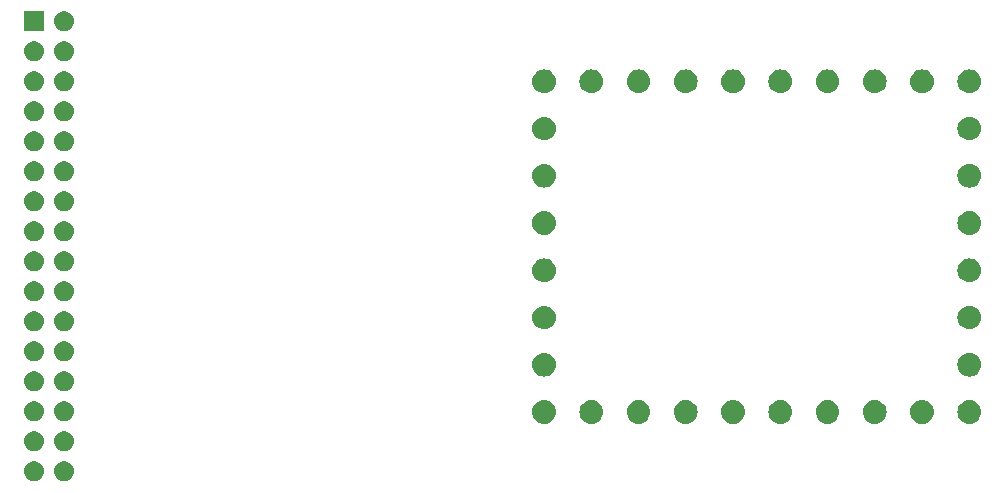
<source format=gbr>
%TF.GenerationSoftware,KiCad,Pcbnew,7.0.6*%
%TF.CreationDate,2023-08-02T14:24:24+01:00*%
%TF.ProjectId,Outline4,4f75746c-696e-4653-942e-6b696361645f,rev?*%
%TF.SameCoordinates,Original*%
%TF.FileFunction,Soldermask,Top*%
%TF.FilePolarity,Negative*%
%FSLAX46Y46*%
G04 Gerber Fmt 4.6, Leading zero omitted, Abs format (unit mm)*
G04 Created by KiCad (PCBNEW 7.0.6) date 2023-08-02 14:24:24*
%MOMM*%
%LPD*%
G01*
G04 APERTURE LIST*
G04 APERTURE END LIST*
G36*
X18677664Y-106506602D02*
G01*
X18840000Y-106578878D01*
X18983761Y-106683327D01*
X19102664Y-106815383D01*
X19191514Y-106969274D01*
X19246425Y-107138275D01*
X19265000Y-107315000D01*
X19246425Y-107491725D01*
X19191514Y-107660726D01*
X19102664Y-107814617D01*
X18983761Y-107946673D01*
X18840000Y-108051122D01*
X18677664Y-108123398D01*
X18503849Y-108160344D01*
X18326151Y-108160344D01*
X18152336Y-108123398D01*
X17990000Y-108051122D01*
X17846239Y-107946673D01*
X17727336Y-107814617D01*
X17638486Y-107660726D01*
X17583575Y-107491725D01*
X17565000Y-107315000D01*
X17583575Y-107138275D01*
X17638486Y-106969274D01*
X17727336Y-106815383D01*
X17846239Y-106683327D01*
X17990000Y-106578878D01*
X18152336Y-106506602D01*
X18326151Y-106469656D01*
X18503849Y-106469656D01*
X18677664Y-106506602D01*
G37*
G36*
X21217664Y-106506602D02*
G01*
X21380000Y-106578878D01*
X21523761Y-106683327D01*
X21642664Y-106815383D01*
X21731514Y-106969274D01*
X21786425Y-107138275D01*
X21805000Y-107315000D01*
X21786425Y-107491725D01*
X21731514Y-107660726D01*
X21642664Y-107814617D01*
X21523761Y-107946673D01*
X21380000Y-108051122D01*
X21217664Y-108123398D01*
X21043849Y-108160344D01*
X20866151Y-108160344D01*
X20692336Y-108123398D01*
X20530000Y-108051122D01*
X20386239Y-107946673D01*
X20267336Y-107814617D01*
X20178486Y-107660726D01*
X20123575Y-107491725D01*
X20105000Y-107315000D01*
X20123575Y-107138275D01*
X20178486Y-106969274D01*
X20267336Y-106815383D01*
X20386239Y-106683327D01*
X20530000Y-106578878D01*
X20692336Y-106506602D01*
X20866151Y-106469656D01*
X21043849Y-106469656D01*
X21217664Y-106506602D01*
G37*
G36*
X18677664Y-103966602D02*
G01*
X18840000Y-104038878D01*
X18983761Y-104143327D01*
X19102664Y-104275383D01*
X19191514Y-104429274D01*
X19246425Y-104598275D01*
X19265000Y-104775000D01*
X19246425Y-104951725D01*
X19191514Y-105120726D01*
X19102664Y-105274617D01*
X18983761Y-105406673D01*
X18840000Y-105511122D01*
X18677664Y-105583398D01*
X18503849Y-105620344D01*
X18326151Y-105620344D01*
X18152336Y-105583398D01*
X17990000Y-105511122D01*
X17846239Y-105406673D01*
X17727336Y-105274617D01*
X17638486Y-105120726D01*
X17583575Y-104951725D01*
X17565000Y-104775000D01*
X17583575Y-104598275D01*
X17638486Y-104429274D01*
X17727336Y-104275383D01*
X17846239Y-104143327D01*
X17990000Y-104038878D01*
X18152336Y-103966602D01*
X18326151Y-103929656D01*
X18503849Y-103929656D01*
X18677664Y-103966602D01*
G37*
G36*
X21217664Y-103966602D02*
G01*
X21380000Y-104038878D01*
X21523761Y-104143327D01*
X21642664Y-104275383D01*
X21731514Y-104429274D01*
X21786425Y-104598275D01*
X21805000Y-104775000D01*
X21786425Y-104951725D01*
X21731514Y-105120726D01*
X21642664Y-105274617D01*
X21523761Y-105406673D01*
X21380000Y-105511122D01*
X21217664Y-105583398D01*
X21043849Y-105620344D01*
X20866151Y-105620344D01*
X20692336Y-105583398D01*
X20530000Y-105511122D01*
X20386239Y-105406673D01*
X20267336Y-105274617D01*
X20178486Y-105120726D01*
X20123575Y-104951725D01*
X20105000Y-104775000D01*
X20123575Y-104598275D01*
X20178486Y-104429274D01*
X20267336Y-104275383D01*
X20386239Y-104143327D01*
X20530000Y-104038878D01*
X20692336Y-103966602D01*
X20866151Y-103929656D01*
X21043849Y-103929656D01*
X21217664Y-103966602D01*
G37*
G36*
X61795090Y-101314215D02*
G01*
X61982683Y-101371120D01*
X62155570Y-101463530D01*
X62307107Y-101587893D01*
X62431470Y-101739430D01*
X62523880Y-101912317D01*
X62580785Y-102099910D01*
X62600000Y-102295000D01*
X62580785Y-102490090D01*
X62523880Y-102677683D01*
X62431470Y-102850570D01*
X62307107Y-103002107D01*
X62155570Y-103126470D01*
X61982683Y-103218880D01*
X61795090Y-103275785D01*
X61600000Y-103295000D01*
X61404910Y-103275785D01*
X61217317Y-103218880D01*
X61044430Y-103126470D01*
X60892893Y-103002107D01*
X60768530Y-102850570D01*
X60676120Y-102677683D01*
X60619215Y-102490090D01*
X60600000Y-102295000D01*
X60619215Y-102099910D01*
X60676120Y-101912317D01*
X60768530Y-101739430D01*
X60892893Y-101587893D01*
X61044430Y-101463530D01*
X61217317Y-101371120D01*
X61404910Y-101314215D01*
X61600000Y-101295000D01*
X61795090Y-101314215D01*
G37*
G36*
X65795090Y-101314215D02*
G01*
X65982683Y-101371120D01*
X66155570Y-101463530D01*
X66307107Y-101587893D01*
X66431470Y-101739430D01*
X66523880Y-101912317D01*
X66580785Y-102099910D01*
X66600000Y-102295000D01*
X66580785Y-102490090D01*
X66523880Y-102677683D01*
X66431470Y-102850570D01*
X66307107Y-103002107D01*
X66155570Y-103126470D01*
X65982683Y-103218880D01*
X65795090Y-103275785D01*
X65600000Y-103295000D01*
X65404910Y-103275785D01*
X65217317Y-103218880D01*
X65044430Y-103126470D01*
X64892893Y-103002107D01*
X64768530Y-102850570D01*
X64676120Y-102677683D01*
X64619215Y-102490090D01*
X64600000Y-102295000D01*
X64619215Y-102099910D01*
X64676120Y-101912317D01*
X64768530Y-101739430D01*
X64892893Y-101587893D01*
X65044430Y-101463530D01*
X65217317Y-101371120D01*
X65404910Y-101314215D01*
X65600000Y-101295000D01*
X65795090Y-101314215D01*
G37*
G36*
X69795090Y-101314215D02*
G01*
X69982683Y-101371120D01*
X70155570Y-101463530D01*
X70307107Y-101587893D01*
X70431470Y-101739430D01*
X70523880Y-101912317D01*
X70580785Y-102099910D01*
X70600000Y-102295000D01*
X70580785Y-102490090D01*
X70523880Y-102677683D01*
X70431470Y-102850570D01*
X70307107Y-103002107D01*
X70155570Y-103126470D01*
X69982683Y-103218880D01*
X69795090Y-103275785D01*
X69600000Y-103295000D01*
X69404910Y-103275785D01*
X69217317Y-103218880D01*
X69044430Y-103126470D01*
X68892893Y-103002107D01*
X68768530Y-102850570D01*
X68676120Y-102677683D01*
X68619215Y-102490090D01*
X68600000Y-102295000D01*
X68619215Y-102099910D01*
X68676120Y-101912317D01*
X68768530Y-101739430D01*
X68892893Y-101587893D01*
X69044430Y-101463530D01*
X69217317Y-101371120D01*
X69404910Y-101314215D01*
X69600000Y-101295000D01*
X69795090Y-101314215D01*
G37*
G36*
X73795090Y-101314215D02*
G01*
X73982683Y-101371120D01*
X74155570Y-101463530D01*
X74307107Y-101587893D01*
X74431470Y-101739430D01*
X74523880Y-101912317D01*
X74580785Y-102099910D01*
X74600000Y-102295000D01*
X74580785Y-102490090D01*
X74523880Y-102677683D01*
X74431470Y-102850570D01*
X74307107Y-103002107D01*
X74155570Y-103126470D01*
X73982683Y-103218880D01*
X73795090Y-103275785D01*
X73600000Y-103295000D01*
X73404910Y-103275785D01*
X73217317Y-103218880D01*
X73044430Y-103126470D01*
X72892893Y-103002107D01*
X72768530Y-102850570D01*
X72676120Y-102677683D01*
X72619215Y-102490090D01*
X72600000Y-102295000D01*
X72619215Y-102099910D01*
X72676120Y-101912317D01*
X72768530Y-101739430D01*
X72892893Y-101587893D01*
X73044430Y-101463530D01*
X73217317Y-101371120D01*
X73404910Y-101314215D01*
X73600000Y-101295000D01*
X73795090Y-101314215D01*
G37*
G36*
X77795090Y-101314215D02*
G01*
X77982683Y-101371120D01*
X78155570Y-101463530D01*
X78307107Y-101587893D01*
X78431470Y-101739430D01*
X78523880Y-101912317D01*
X78580785Y-102099910D01*
X78600000Y-102295000D01*
X78580785Y-102490090D01*
X78523880Y-102677683D01*
X78431470Y-102850570D01*
X78307107Y-103002107D01*
X78155570Y-103126470D01*
X77982683Y-103218880D01*
X77795090Y-103275785D01*
X77600000Y-103295000D01*
X77404910Y-103275785D01*
X77217317Y-103218880D01*
X77044430Y-103126470D01*
X76892893Y-103002107D01*
X76768530Y-102850570D01*
X76676120Y-102677683D01*
X76619215Y-102490090D01*
X76600000Y-102295000D01*
X76619215Y-102099910D01*
X76676120Y-101912317D01*
X76768530Y-101739430D01*
X76892893Y-101587893D01*
X77044430Y-101463530D01*
X77217317Y-101371120D01*
X77404910Y-101314215D01*
X77600000Y-101295000D01*
X77795090Y-101314215D01*
G37*
G36*
X81795090Y-101314215D02*
G01*
X81982683Y-101371120D01*
X82155570Y-101463530D01*
X82307107Y-101587893D01*
X82431470Y-101739430D01*
X82523880Y-101912317D01*
X82580785Y-102099910D01*
X82600000Y-102295000D01*
X82580785Y-102490090D01*
X82523880Y-102677683D01*
X82431470Y-102850570D01*
X82307107Y-103002107D01*
X82155570Y-103126470D01*
X81982683Y-103218880D01*
X81795090Y-103275785D01*
X81600000Y-103295000D01*
X81404910Y-103275785D01*
X81217317Y-103218880D01*
X81044430Y-103126470D01*
X80892893Y-103002107D01*
X80768530Y-102850570D01*
X80676120Y-102677683D01*
X80619215Y-102490090D01*
X80600000Y-102295000D01*
X80619215Y-102099910D01*
X80676120Y-101912317D01*
X80768530Y-101739430D01*
X80892893Y-101587893D01*
X81044430Y-101463530D01*
X81217317Y-101371120D01*
X81404910Y-101314215D01*
X81600000Y-101295000D01*
X81795090Y-101314215D01*
G37*
G36*
X85795090Y-101314215D02*
G01*
X85982683Y-101371120D01*
X86155570Y-101463530D01*
X86307107Y-101587893D01*
X86431470Y-101739430D01*
X86523880Y-101912317D01*
X86580785Y-102099910D01*
X86600000Y-102295000D01*
X86580785Y-102490090D01*
X86523880Y-102677683D01*
X86431470Y-102850570D01*
X86307107Y-103002107D01*
X86155570Y-103126470D01*
X85982683Y-103218880D01*
X85795090Y-103275785D01*
X85600000Y-103295000D01*
X85404910Y-103275785D01*
X85217317Y-103218880D01*
X85044430Y-103126470D01*
X84892893Y-103002107D01*
X84768530Y-102850570D01*
X84676120Y-102677683D01*
X84619215Y-102490090D01*
X84600000Y-102295000D01*
X84619215Y-102099910D01*
X84676120Y-101912317D01*
X84768530Y-101739430D01*
X84892893Y-101587893D01*
X85044430Y-101463530D01*
X85217317Y-101371120D01*
X85404910Y-101314215D01*
X85600000Y-101295000D01*
X85795090Y-101314215D01*
G37*
G36*
X89795090Y-101314215D02*
G01*
X89982683Y-101371120D01*
X90155570Y-101463530D01*
X90307107Y-101587893D01*
X90431470Y-101739430D01*
X90523880Y-101912317D01*
X90580785Y-102099910D01*
X90600000Y-102295000D01*
X90580785Y-102490090D01*
X90523880Y-102677683D01*
X90431470Y-102850570D01*
X90307107Y-103002107D01*
X90155570Y-103126470D01*
X89982683Y-103218880D01*
X89795090Y-103275785D01*
X89600000Y-103295000D01*
X89404910Y-103275785D01*
X89217317Y-103218880D01*
X89044430Y-103126470D01*
X88892893Y-103002107D01*
X88768530Y-102850570D01*
X88676120Y-102677683D01*
X88619215Y-102490090D01*
X88600000Y-102295000D01*
X88619215Y-102099910D01*
X88676120Y-101912317D01*
X88768530Y-101739430D01*
X88892893Y-101587893D01*
X89044430Y-101463530D01*
X89217317Y-101371120D01*
X89404910Y-101314215D01*
X89600000Y-101295000D01*
X89795090Y-101314215D01*
G37*
G36*
X93795090Y-101314215D02*
G01*
X93982683Y-101371120D01*
X94155570Y-101463530D01*
X94307107Y-101587893D01*
X94431470Y-101739430D01*
X94523880Y-101912317D01*
X94580785Y-102099910D01*
X94600000Y-102295000D01*
X94580785Y-102490090D01*
X94523880Y-102677683D01*
X94431470Y-102850570D01*
X94307107Y-103002107D01*
X94155570Y-103126470D01*
X93982683Y-103218880D01*
X93795090Y-103275785D01*
X93600000Y-103295000D01*
X93404910Y-103275785D01*
X93217317Y-103218880D01*
X93044430Y-103126470D01*
X92892893Y-103002107D01*
X92768530Y-102850570D01*
X92676120Y-102677683D01*
X92619215Y-102490090D01*
X92600000Y-102295000D01*
X92619215Y-102099910D01*
X92676120Y-101912317D01*
X92768530Y-101739430D01*
X92892893Y-101587893D01*
X93044430Y-101463530D01*
X93217317Y-101371120D01*
X93404910Y-101314215D01*
X93600000Y-101295000D01*
X93795090Y-101314215D01*
G37*
G36*
X97795090Y-101314215D02*
G01*
X97982683Y-101371120D01*
X98155570Y-101463530D01*
X98307107Y-101587893D01*
X98431470Y-101739430D01*
X98523880Y-101912317D01*
X98580785Y-102099910D01*
X98600000Y-102295000D01*
X98580785Y-102490090D01*
X98523880Y-102677683D01*
X98431470Y-102850570D01*
X98307107Y-103002107D01*
X98155570Y-103126470D01*
X97982683Y-103218880D01*
X97795090Y-103275785D01*
X97600000Y-103295000D01*
X97404910Y-103275785D01*
X97217317Y-103218880D01*
X97044430Y-103126470D01*
X96892893Y-103002107D01*
X96768530Y-102850570D01*
X96676120Y-102677683D01*
X96619215Y-102490090D01*
X96600000Y-102295000D01*
X96619215Y-102099910D01*
X96676120Y-101912317D01*
X96768530Y-101739430D01*
X96892893Y-101587893D01*
X97044430Y-101463530D01*
X97217317Y-101371120D01*
X97404910Y-101314215D01*
X97600000Y-101295000D01*
X97795090Y-101314215D01*
G37*
G36*
X18677664Y-101426602D02*
G01*
X18840000Y-101498878D01*
X18983761Y-101603327D01*
X19102664Y-101735383D01*
X19191514Y-101889274D01*
X19246425Y-102058275D01*
X19265000Y-102235000D01*
X19246425Y-102411725D01*
X19191514Y-102580726D01*
X19102664Y-102734617D01*
X18983761Y-102866673D01*
X18840000Y-102971122D01*
X18677664Y-103043398D01*
X18503849Y-103080344D01*
X18326151Y-103080344D01*
X18152336Y-103043398D01*
X17990000Y-102971122D01*
X17846239Y-102866673D01*
X17727336Y-102734617D01*
X17638486Y-102580726D01*
X17583575Y-102411725D01*
X17565000Y-102235000D01*
X17583575Y-102058275D01*
X17638486Y-101889274D01*
X17727336Y-101735383D01*
X17846239Y-101603327D01*
X17990000Y-101498878D01*
X18152336Y-101426602D01*
X18326151Y-101389656D01*
X18503849Y-101389656D01*
X18677664Y-101426602D01*
G37*
G36*
X21217664Y-101426602D02*
G01*
X21380000Y-101498878D01*
X21523761Y-101603327D01*
X21642664Y-101735383D01*
X21731514Y-101889274D01*
X21786425Y-102058275D01*
X21805000Y-102235000D01*
X21786425Y-102411725D01*
X21731514Y-102580726D01*
X21642664Y-102734617D01*
X21523761Y-102866673D01*
X21380000Y-102971122D01*
X21217664Y-103043398D01*
X21043849Y-103080344D01*
X20866151Y-103080344D01*
X20692336Y-103043398D01*
X20530000Y-102971122D01*
X20386239Y-102866673D01*
X20267336Y-102734617D01*
X20178486Y-102580726D01*
X20123575Y-102411725D01*
X20105000Y-102235000D01*
X20123575Y-102058275D01*
X20178486Y-101889274D01*
X20267336Y-101735383D01*
X20386239Y-101603327D01*
X20530000Y-101498878D01*
X20692336Y-101426602D01*
X20866151Y-101389656D01*
X21043849Y-101389656D01*
X21217664Y-101426602D01*
G37*
G36*
X18677664Y-98886602D02*
G01*
X18840000Y-98958878D01*
X18983761Y-99063327D01*
X19102664Y-99195383D01*
X19191514Y-99349274D01*
X19246425Y-99518275D01*
X19265000Y-99695000D01*
X19246425Y-99871725D01*
X19191514Y-100040726D01*
X19102664Y-100194617D01*
X18983761Y-100326673D01*
X18840000Y-100431122D01*
X18677664Y-100503398D01*
X18503849Y-100540344D01*
X18326151Y-100540344D01*
X18152336Y-100503398D01*
X17990000Y-100431122D01*
X17846239Y-100326673D01*
X17727336Y-100194617D01*
X17638486Y-100040726D01*
X17583575Y-99871725D01*
X17565000Y-99695000D01*
X17583575Y-99518275D01*
X17638486Y-99349274D01*
X17727336Y-99195383D01*
X17846239Y-99063327D01*
X17990000Y-98958878D01*
X18152336Y-98886602D01*
X18326151Y-98849656D01*
X18503849Y-98849656D01*
X18677664Y-98886602D01*
G37*
G36*
X21217664Y-98886602D02*
G01*
X21380000Y-98958878D01*
X21523761Y-99063327D01*
X21642664Y-99195383D01*
X21731514Y-99349274D01*
X21786425Y-99518275D01*
X21805000Y-99695000D01*
X21786425Y-99871725D01*
X21731514Y-100040726D01*
X21642664Y-100194617D01*
X21523761Y-100326673D01*
X21380000Y-100431122D01*
X21217664Y-100503398D01*
X21043849Y-100540344D01*
X20866151Y-100540344D01*
X20692336Y-100503398D01*
X20530000Y-100431122D01*
X20386239Y-100326673D01*
X20267336Y-100194617D01*
X20178486Y-100040726D01*
X20123575Y-99871725D01*
X20105000Y-99695000D01*
X20123575Y-99518275D01*
X20178486Y-99349274D01*
X20267336Y-99195383D01*
X20386239Y-99063327D01*
X20530000Y-98958878D01*
X20692336Y-98886602D01*
X20866151Y-98849656D01*
X21043849Y-98849656D01*
X21217664Y-98886602D01*
G37*
G36*
X61795090Y-97314215D02*
G01*
X61982683Y-97371120D01*
X62155570Y-97463530D01*
X62307107Y-97587893D01*
X62431470Y-97739430D01*
X62523880Y-97912317D01*
X62580785Y-98099910D01*
X62600000Y-98295000D01*
X62580785Y-98490090D01*
X62523880Y-98677683D01*
X62431470Y-98850570D01*
X62307107Y-99002107D01*
X62155570Y-99126470D01*
X61982683Y-99218880D01*
X61795090Y-99275785D01*
X61600000Y-99295000D01*
X61404910Y-99275785D01*
X61217317Y-99218880D01*
X61044430Y-99126470D01*
X60892893Y-99002107D01*
X60768530Y-98850570D01*
X60676120Y-98677683D01*
X60619215Y-98490090D01*
X60600000Y-98295000D01*
X60619215Y-98099910D01*
X60676120Y-97912317D01*
X60768530Y-97739430D01*
X60892893Y-97587893D01*
X61044430Y-97463530D01*
X61217317Y-97371120D01*
X61404910Y-97314215D01*
X61600000Y-97295000D01*
X61795090Y-97314215D01*
G37*
G36*
X97795090Y-97314215D02*
G01*
X97982683Y-97371120D01*
X98155570Y-97463530D01*
X98307107Y-97587893D01*
X98431470Y-97739430D01*
X98523880Y-97912317D01*
X98580785Y-98099910D01*
X98600000Y-98295000D01*
X98580785Y-98490090D01*
X98523880Y-98677683D01*
X98431470Y-98850570D01*
X98307107Y-99002107D01*
X98155570Y-99126470D01*
X97982683Y-99218880D01*
X97795090Y-99275785D01*
X97600000Y-99295000D01*
X97404910Y-99275785D01*
X97217317Y-99218880D01*
X97044430Y-99126470D01*
X96892893Y-99002107D01*
X96768530Y-98850570D01*
X96676120Y-98677683D01*
X96619215Y-98490090D01*
X96600000Y-98295000D01*
X96619215Y-98099910D01*
X96676120Y-97912317D01*
X96768530Y-97739430D01*
X96892893Y-97587893D01*
X97044430Y-97463530D01*
X97217317Y-97371120D01*
X97404910Y-97314215D01*
X97600000Y-97295000D01*
X97795090Y-97314215D01*
G37*
G36*
X18677664Y-96346602D02*
G01*
X18840000Y-96418878D01*
X18983761Y-96523327D01*
X19102664Y-96655383D01*
X19191514Y-96809274D01*
X19246425Y-96978275D01*
X19265000Y-97155000D01*
X19246425Y-97331725D01*
X19191514Y-97500726D01*
X19102664Y-97654617D01*
X18983761Y-97786673D01*
X18840000Y-97891122D01*
X18677664Y-97963398D01*
X18503849Y-98000344D01*
X18326151Y-98000344D01*
X18152336Y-97963398D01*
X17990000Y-97891122D01*
X17846239Y-97786673D01*
X17727336Y-97654617D01*
X17638486Y-97500726D01*
X17583575Y-97331725D01*
X17565000Y-97155000D01*
X17583575Y-96978275D01*
X17638486Y-96809274D01*
X17727336Y-96655383D01*
X17846239Y-96523327D01*
X17990000Y-96418878D01*
X18152336Y-96346602D01*
X18326151Y-96309656D01*
X18503849Y-96309656D01*
X18677664Y-96346602D01*
G37*
G36*
X21217664Y-96346602D02*
G01*
X21380000Y-96418878D01*
X21523761Y-96523327D01*
X21642664Y-96655383D01*
X21731514Y-96809274D01*
X21786425Y-96978275D01*
X21805000Y-97155000D01*
X21786425Y-97331725D01*
X21731514Y-97500726D01*
X21642664Y-97654617D01*
X21523761Y-97786673D01*
X21380000Y-97891122D01*
X21217664Y-97963398D01*
X21043849Y-98000344D01*
X20866151Y-98000344D01*
X20692336Y-97963398D01*
X20530000Y-97891122D01*
X20386239Y-97786673D01*
X20267336Y-97654617D01*
X20178486Y-97500726D01*
X20123575Y-97331725D01*
X20105000Y-97155000D01*
X20123575Y-96978275D01*
X20178486Y-96809274D01*
X20267336Y-96655383D01*
X20386239Y-96523327D01*
X20530000Y-96418878D01*
X20692336Y-96346602D01*
X20866151Y-96309656D01*
X21043849Y-96309656D01*
X21217664Y-96346602D01*
G37*
G36*
X18677664Y-93806602D02*
G01*
X18840000Y-93878878D01*
X18983761Y-93983327D01*
X19102664Y-94115383D01*
X19191514Y-94269274D01*
X19246425Y-94438275D01*
X19265000Y-94615000D01*
X19246425Y-94791725D01*
X19191514Y-94960726D01*
X19102664Y-95114617D01*
X18983761Y-95246673D01*
X18840000Y-95351122D01*
X18677664Y-95423398D01*
X18503849Y-95460344D01*
X18326151Y-95460344D01*
X18152336Y-95423398D01*
X17990000Y-95351122D01*
X17846239Y-95246673D01*
X17727336Y-95114617D01*
X17638486Y-94960726D01*
X17583575Y-94791725D01*
X17565000Y-94615000D01*
X17583575Y-94438275D01*
X17638486Y-94269274D01*
X17727336Y-94115383D01*
X17846239Y-93983327D01*
X17990000Y-93878878D01*
X18152336Y-93806602D01*
X18326151Y-93769656D01*
X18503849Y-93769656D01*
X18677664Y-93806602D01*
G37*
G36*
X21217664Y-93806602D02*
G01*
X21380000Y-93878878D01*
X21523761Y-93983327D01*
X21642664Y-94115383D01*
X21731514Y-94269274D01*
X21786425Y-94438275D01*
X21805000Y-94615000D01*
X21786425Y-94791725D01*
X21731514Y-94960726D01*
X21642664Y-95114617D01*
X21523761Y-95246673D01*
X21380000Y-95351122D01*
X21217664Y-95423398D01*
X21043849Y-95460344D01*
X20866151Y-95460344D01*
X20692336Y-95423398D01*
X20530000Y-95351122D01*
X20386239Y-95246673D01*
X20267336Y-95114617D01*
X20178486Y-94960726D01*
X20123575Y-94791725D01*
X20105000Y-94615000D01*
X20123575Y-94438275D01*
X20178486Y-94269274D01*
X20267336Y-94115383D01*
X20386239Y-93983327D01*
X20530000Y-93878878D01*
X20692336Y-93806602D01*
X20866151Y-93769656D01*
X21043849Y-93769656D01*
X21217664Y-93806602D01*
G37*
G36*
X61795090Y-93314215D02*
G01*
X61982683Y-93371120D01*
X62155570Y-93463530D01*
X62307107Y-93587893D01*
X62431470Y-93739430D01*
X62523880Y-93912317D01*
X62580785Y-94099910D01*
X62600000Y-94295000D01*
X62580785Y-94490090D01*
X62523880Y-94677683D01*
X62431470Y-94850570D01*
X62307107Y-95002107D01*
X62155570Y-95126470D01*
X61982683Y-95218880D01*
X61795090Y-95275785D01*
X61600000Y-95295000D01*
X61404910Y-95275785D01*
X61217317Y-95218880D01*
X61044430Y-95126470D01*
X60892893Y-95002107D01*
X60768530Y-94850570D01*
X60676120Y-94677683D01*
X60619215Y-94490090D01*
X60600000Y-94295000D01*
X60619215Y-94099910D01*
X60676120Y-93912317D01*
X60768530Y-93739430D01*
X60892893Y-93587893D01*
X61044430Y-93463530D01*
X61217317Y-93371120D01*
X61404910Y-93314215D01*
X61600000Y-93295000D01*
X61795090Y-93314215D01*
G37*
G36*
X97795090Y-93314215D02*
G01*
X97982683Y-93371120D01*
X98155570Y-93463530D01*
X98307107Y-93587893D01*
X98431470Y-93739430D01*
X98523880Y-93912317D01*
X98580785Y-94099910D01*
X98600000Y-94295000D01*
X98580785Y-94490090D01*
X98523880Y-94677683D01*
X98431470Y-94850570D01*
X98307107Y-95002107D01*
X98155570Y-95126470D01*
X97982683Y-95218880D01*
X97795090Y-95275785D01*
X97600000Y-95295000D01*
X97404910Y-95275785D01*
X97217317Y-95218880D01*
X97044430Y-95126470D01*
X96892893Y-95002107D01*
X96768530Y-94850570D01*
X96676120Y-94677683D01*
X96619215Y-94490090D01*
X96600000Y-94295000D01*
X96619215Y-94099910D01*
X96676120Y-93912317D01*
X96768530Y-93739430D01*
X96892893Y-93587893D01*
X97044430Y-93463530D01*
X97217317Y-93371120D01*
X97404910Y-93314215D01*
X97600000Y-93295000D01*
X97795090Y-93314215D01*
G37*
G36*
X18677664Y-91266602D02*
G01*
X18840000Y-91338878D01*
X18983761Y-91443327D01*
X19102664Y-91575383D01*
X19191514Y-91729274D01*
X19246425Y-91898275D01*
X19265000Y-92075000D01*
X19246425Y-92251725D01*
X19191514Y-92420726D01*
X19102664Y-92574617D01*
X18983761Y-92706673D01*
X18840000Y-92811122D01*
X18677664Y-92883398D01*
X18503849Y-92920344D01*
X18326151Y-92920344D01*
X18152336Y-92883398D01*
X17990000Y-92811122D01*
X17846239Y-92706673D01*
X17727336Y-92574617D01*
X17638486Y-92420726D01*
X17583575Y-92251725D01*
X17565000Y-92075000D01*
X17583575Y-91898275D01*
X17638486Y-91729274D01*
X17727336Y-91575383D01*
X17846239Y-91443327D01*
X17990000Y-91338878D01*
X18152336Y-91266602D01*
X18326151Y-91229656D01*
X18503849Y-91229656D01*
X18677664Y-91266602D01*
G37*
G36*
X21217664Y-91266602D02*
G01*
X21380000Y-91338878D01*
X21523761Y-91443327D01*
X21642664Y-91575383D01*
X21731514Y-91729274D01*
X21786425Y-91898275D01*
X21805000Y-92075000D01*
X21786425Y-92251725D01*
X21731514Y-92420726D01*
X21642664Y-92574617D01*
X21523761Y-92706673D01*
X21380000Y-92811122D01*
X21217664Y-92883398D01*
X21043849Y-92920344D01*
X20866151Y-92920344D01*
X20692336Y-92883398D01*
X20530000Y-92811122D01*
X20386239Y-92706673D01*
X20267336Y-92574617D01*
X20178486Y-92420726D01*
X20123575Y-92251725D01*
X20105000Y-92075000D01*
X20123575Y-91898275D01*
X20178486Y-91729274D01*
X20267336Y-91575383D01*
X20386239Y-91443327D01*
X20530000Y-91338878D01*
X20692336Y-91266602D01*
X20866151Y-91229656D01*
X21043849Y-91229656D01*
X21217664Y-91266602D01*
G37*
G36*
X61795090Y-89314215D02*
G01*
X61982683Y-89371120D01*
X62155570Y-89463530D01*
X62307107Y-89587893D01*
X62431470Y-89739430D01*
X62523880Y-89912317D01*
X62580785Y-90099910D01*
X62600000Y-90295000D01*
X62580785Y-90490090D01*
X62523880Y-90677683D01*
X62431470Y-90850570D01*
X62307107Y-91002107D01*
X62155570Y-91126470D01*
X61982683Y-91218880D01*
X61795090Y-91275785D01*
X61600000Y-91295000D01*
X61404910Y-91275785D01*
X61217317Y-91218880D01*
X61044430Y-91126470D01*
X60892893Y-91002107D01*
X60768530Y-90850570D01*
X60676120Y-90677683D01*
X60619215Y-90490090D01*
X60600000Y-90295000D01*
X60619215Y-90099910D01*
X60676120Y-89912317D01*
X60768530Y-89739430D01*
X60892893Y-89587893D01*
X61044430Y-89463530D01*
X61217317Y-89371120D01*
X61404910Y-89314215D01*
X61600000Y-89295000D01*
X61795090Y-89314215D01*
G37*
G36*
X97795090Y-89314215D02*
G01*
X97982683Y-89371120D01*
X98155570Y-89463530D01*
X98307107Y-89587893D01*
X98431470Y-89739430D01*
X98523880Y-89912317D01*
X98580785Y-90099910D01*
X98600000Y-90295000D01*
X98580785Y-90490090D01*
X98523880Y-90677683D01*
X98431470Y-90850570D01*
X98307107Y-91002107D01*
X98155570Y-91126470D01*
X97982683Y-91218880D01*
X97795090Y-91275785D01*
X97600000Y-91295000D01*
X97404910Y-91275785D01*
X97217317Y-91218880D01*
X97044430Y-91126470D01*
X96892893Y-91002107D01*
X96768530Y-90850570D01*
X96676120Y-90677683D01*
X96619215Y-90490090D01*
X96600000Y-90295000D01*
X96619215Y-90099910D01*
X96676120Y-89912317D01*
X96768530Y-89739430D01*
X96892893Y-89587893D01*
X97044430Y-89463530D01*
X97217317Y-89371120D01*
X97404910Y-89314215D01*
X97600000Y-89295000D01*
X97795090Y-89314215D01*
G37*
G36*
X18677664Y-88726602D02*
G01*
X18840000Y-88798878D01*
X18983761Y-88903327D01*
X19102664Y-89035383D01*
X19191514Y-89189274D01*
X19246425Y-89358275D01*
X19265000Y-89535000D01*
X19246425Y-89711725D01*
X19191514Y-89880726D01*
X19102664Y-90034617D01*
X18983761Y-90166673D01*
X18840000Y-90271122D01*
X18677664Y-90343398D01*
X18503849Y-90380344D01*
X18326151Y-90380344D01*
X18152336Y-90343398D01*
X17990000Y-90271122D01*
X17846239Y-90166673D01*
X17727336Y-90034617D01*
X17638486Y-89880726D01*
X17583575Y-89711725D01*
X17565000Y-89535000D01*
X17583575Y-89358275D01*
X17638486Y-89189274D01*
X17727336Y-89035383D01*
X17846239Y-88903327D01*
X17990000Y-88798878D01*
X18152336Y-88726602D01*
X18326151Y-88689656D01*
X18503849Y-88689656D01*
X18677664Y-88726602D01*
G37*
G36*
X21217664Y-88726602D02*
G01*
X21380000Y-88798878D01*
X21523761Y-88903327D01*
X21642664Y-89035383D01*
X21731514Y-89189274D01*
X21786425Y-89358275D01*
X21805000Y-89535000D01*
X21786425Y-89711725D01*
X21731514Y-89880726D01*
X21642664Y-90034617D01*
X21523761Y-90166673D01*
X21380000Y-90271122D01*
X21217664Y-90343398D01*
X21043849Y-90380344D01*
X20866151Y-90380344D01*
X20692336Y-90343398D01*
X20530000Y-90271122D01*
X20386239Y-90166673D01*
X20267336Y-90034617D01*
X20178486Y-89880726D01*
X20123575Y-89711725D01*
X20105000Y-89535000D01*
X20123575Y-89358275D01*
X20178486Y-89189274D01*
X20267336Y-89035383D01*
X20386239Y-88903327D01*
X20530000Y-88798878D01*
X20692336Y-88726602D01*
X20866151Y-88689656D01*
X21043849Y-88689656D01*
X21217664Y-88726602D01*
G37*
G36*
X18677664Y-86186602D02*
G01*
X18840000Y-86258878D01*
X18983761Y-86363327D01*
X19102664Y-86495383D01*
X19191514Y-86649274D01*
X19246425Y-86818275D01*
X19265000Y-86995000D01*
X19246425Y-87171725D01*
X19191514Y-87340726D01*
X19102664Y-87494617D01*
X18983761Y-87626673D01*
X18840000Y-87731122D01*
X18677664Y-87803398D01*
X18503849Y-87840344D01*
X18326151Y-87840344D01*
X18152336Y-87803398D01*
X17990000Y-87731122D01*
X17846239Y-87626673D01*
X17727336Y-87494617D01*
X17638486Y-87340726D01*
X17583575Y-87171725D01*
X17565000Y-86995000D01*
X17583575Y-86818275D01*
X17638486Y-86649274D01*
X17727336Y-86495383D01*
X17846239Y-86363327D01*
X17990000Y-86258878D01*
X18152336Y-86186602D01*
X18326151Y-86149656D01*
X18503849Y-86149656D01*
X18677664Y-86186602D01*
G37*
G36*
X21217664Y-86186602D02*
G01*
X21380000Y-86258878D01*
X21523761Y-86363327D01*
X21642664Y-86495383D01*
X21731514Y-86649274D01*
X21786425Y-86818275D01*
X21805000Y-86995000D01*
X21786425Y-87171725D01*
X21731514Y-87340726D01*
X21642664Y-87494617D01*
X21523761Y-87626673D01*
X21380000Y-87731122D01*
X21217664Y-87803398D01*
X21043849Y-87840344D01*
X20866151Y-87840344D01*
X20692336Y-87803398D01*
X20530000Y-87731122D01*
X20386239Y-87626673D01*
X20267336Y-87494617D01*
X20178486Y-87340726D01*
X20123575Y-87171725D01*
X20105000Y-86995000D01*
X20123575Y-86818275D01*
X20178486Y-86649274D01*
X20267336Y-86495383D01*
X20386239Y-86363327D01*
X20530000Y-86258878D01*
X20692336Y-86186602D01*
X20866151Y-86149656D01*
X21043849Y-86149656D01*
X21217664Y-86186602D01*
G37*
G36*
X61795090Y-85314215D02*
G01*
X61982683Y-85371120D01*
X62155570Y-85463530D01*
X62307107Y-85587893D01*
X62431470Y-85739430D01*
X62523880Y-85912317D01*
X62580785Y-86099910D01*
X62600000Y-86295000D01*
X62580785Y-86490090D01*
X62523880Y-86677683D01*
X62431470Y-86850570D01*
X62307107Y-87002107D01*
X62155570Y-87126470D01*
X61982683Y-87218880D01*
X61795090Y-87275785D01*
X61600000Y-87295000D01*
X61404910Y-87275785D01*
X61217317Y-87218880D01*
X61044430Y-87126470D01*
X60892893Y-87002107D01*
X60768530Y-86850570D01*
X60676120Y-86677683D01*
X60619215Y-86490090D01*
X60600000Y-86295000D01*
X60619215Y-86099910D01*
X60676120Y-85912317D01*
X60768530Y-85739430D01*
X60892893Y-85587893D01*
X61044430Y-85463530D01*
X61217317Y-85371120D01*
X61404910Y-85314215D01*
X61600000Y-85295000D01*
X61795090Y-85314215D01*
G37*
G36*
X97795090Y-85314215D02*
G01*
X97982683Y-85371120D01*
X98155570Y-85463530D01*
X98307107Y-85587893D01*
X98431470Y-85739430D01*
X98523880Y-85912317D01*
X98580785Y-86099910D01*
X98600000Y-86295000D01*
X98580785Y-86490090D01*
X98523880Y-86677683D01*
X98431470Y-86850570D01*
X98307107Y-87002107D01*
X98155570Y-87126470D01*
X97982683Y-87218880D01*
X97795090Y-87275785D01*
X97600000Y-87295000D01*
X97404910Y-87275785D01*
X97217317Y-87218880D01*
X97044430Y-87126470D01*
X96892893Y-87002107D01*
X96768530Y-86850570D01*
X96676120Y-86677683D01*
X96619215Y-86490090D01*
X96600000Y-86295000D01*
X96619215Y-86099910D01*
X96676120Y-85912317D01*
X96768530Y-85739430D01*
X96892893Y-85587893D01*
X97044430Y-85463530D01*
X97217317Y-85371120D01*
X97404910Y-85314215D01*
X97600000Y-85295000D01*
X97795090Y-85314215D01*
G37*
G36*
X18677664Y-83646602D02*
G01*
X18840000Y-83718878D01*
X18983761Y-83823327D01*
X19102664Y-83955383D01*
X19191514Y-84109274D01*
X19246425Y-84278275D01*
X19265000Y-84455000D01*
X19246425Y-84631725D01*
X19191514Y-84800726D01*
X19102664Y-84954617D01*
X18983761Y-85086673D01*
X18840000Y-85191122D01*
X18677664Y-85263398D01*
X18503849Y-85300344D01*
X18326151Y-85300344D01*
X18152336Y-85263398D01*
X17990000Y-85191122D01*
X17846239Y-85086673D01*
X17727336Y-84954617D01*
X17638486Y-84800726D01*
X17583575Y-84631725D01*
X17565000Y-84455000D01*
X17583575Y-84278275D01*
X17638486Y-84109274D01*
X17727336Y-83955383D01*
X17846239Y-83823327D01*
X17990000Y-83718878D01*
X18152336Y-83646602D01*
X18326151Y-83609656D01*
X18503849Y-83609656D01*
X18677664Y-83646602D01*
G37*
G36*
X21217664Y-83646602D02*
G01*
X21380000Y-83718878D01*
X21523761Y-83823327D01*
X21642664Y-83955383D01*
X21731514Y-84109274D01*
X21786425Y-84278275D01*
X21805000Y-84455000D01*
X21786425Y-84631725D01*
X21731514Y-84800726D01*
X21642664Y-84954617D01*
X21523761Y-85086673D01*
X21380000Y-85191122D01*
X21217664Y-85263398D01*
X21043849Y-85300344D01*
X20866151Y-85300344D01*
X20692336Y-85263398D01*
X20530000Y-85191122D01*
X20386239Y-85086673D01*
X20267336Y-84954617D01*
X20178486Y-84800726D01*
X20123575Y-84631725D01*
X20105000Y-84455000D01*
X20123575Y-84278275D01*
X20178486Y-84109274D01*
X20267336Y-83955383D01*
X20386239Y-83823327D01*
X20530000Y-83718878D01*
X20692336Y-83646602D01*
X20866151Y-83609656D01*
X21043849Y-83609656D01*
X21217664Y-83646602D01*
G37*
G36*
X61795090Y-81314215D02*
G01*
X61982683Y-81371120D01*
X62155570Y-81463530D01*
X62307107Y-81587893D01*
X62431470Y-81739430D01*
X62523880Y-81912317D01*
X62580785Y-82099910D01*
X62600000Y-82295000D01*
X62580785Y-82490090D01*
X62523880Y-82677683D01*
X62431470Y-82850570D01*
X62307107Y-83002107D01*
X62155570Y-83126470D01*
X61982683Y-83218880D01*
X61795090Y-83275785D01*
X61600000Y-83295000D01*
X61404910Y-83275785D01*
X61217317Y-83218880D01*
X61044430Y-83126470D01*
X60892893Y-83002107D01*
X60768530Y-82850570D01*
X60676120Y-82677683D01*
X60619215Y-82490090D01*
X60600000Y-82295000D01*
X60619215Y-82099910D01*
X60676120Y-81912317D01*
X60768530Y-81739430D01*
X60892893Y-81587893D01*
X61044430Y-81463530D01*
X61217317Y-81371120D01*
X61404910Y-81314215D01*
X61600000Y-81295000D01*
X61795090Y-81314215D01*
G37*
G36*
X97795090Y-81314215D02*
G01*
X97982683Y-81371120D01*
X98155570Y-81463530D01*
X98307107Y-81587893D01*
X98431470Y-81739430D01*
X98523880Y-81912317D01*
X98580785Y-82099910D01*
X98600000Y-82295000D01*
X98580785Y-82490090D01*
X98523880Y-82677683D01*
X98431470Y-82850570D01*
X98307107Y-83002107D01*
X98155570Y-83126470D01*
X97982683Y-83218880D01*
X97795090Y-83275785D01*
X97600000Y-83295000D01*
X97404910Y-83275785D01*
X97217317Y-83218880D01*
X97044430Y-83126470D01*
X96892893Y-83002107D01*
X96768530Y-82850570D01*
X96676120Y-82677683D01*
X96619215Y-82490090D01*
X96600000Y-82295000D01*
X96619215Y-82099910D01*
X96676120Y-81912317D01*
X96768530Y-81739430D01*
X96892893Y-81587893D01*
X97044430Y-81463530D01*
X97217317Y-81371120D01*
X97404910Y-81314215D01*
X97600000Y-81295000D01*
X97795090Y-81314215D01*
G37*
G36*
X18677664Y-81106602D02*
G01*
X18840000Y-81178878D01*
X18983761Y-81283327D01*
X19102664Y-81415383D01*
X19191514Y-81569274D01*
X19246425Y-81738275D01*
X19265000Y-81915000D01*
X19246425Y-82091725D01*
X19191514Y-82260726D01*
X19102664Y-82414617D01*
X18983761Y-82546673D01*
X18840000Y-82651122D01*
X18677664Y-82723398D01*
X18503849Y-82760344D01*
X18326151Y-82760344D01*
X18152336Y-82723398D01*
X17990000Y-82651122D01*
X17846239Y-82546673D01*
X17727336Y-82414617D01*
X17638486Y-82260726D01*
X17583575Y-82091725D01*
X17565000Y-81915000D01*
X17583575Y-81738275D01*
X17638486Y-81569274D01*
X17727336Y-81415383D01*
X17846239Y-81283327D01*
X17990000Y-81178878D01*
X18152336Y-81106602D01*
X18326151Y-81069656D01*
X18503849Y-81069656D01*
X18677664Y-81106602D01*
G37*
G36*
X21217664Y-81106602D02*
G01*
X21380000Y-81178878D01*
X21523761Y-81283327D01*
X21642664Y-81415383D01*
X21731514Y-81569274D01*
X21786425Y-81738275D01*
X21805000Y-81915000D01*
X21786425Y-82091725D01*
X21731514Y-82260726D01*
X21642664Y-82414617D01*
X21523761Y-82546673D01*
X21380000Y-82651122D01*
X21217664Y-82723398D01*
X21043849Y-82760344D01*
X20866151Y-82760344D01*
X20692336Y-82723398D01*
X20530000Y-82651122D01*
X20386239Y-82546673D01*
X20267336Y-82414617D01*
X20178486Y-82260726D01*
X20123575Y-82091725D01*
X20105000Y-81915000D01*
X20123575Y-81738275D01*
X20178486Y-81569274D01*
X20267336Y-81415383D01*
X20386239Y-81283327D01*
X20530000Y-81178878D01*
X20692336Y-81106602D01*
X20866151Y-81069656D01*
X21043849Y-81069656D01*
X21217664Y-81106602D01*
G37*
G36*
X18677664Y-78566602D02*
G01*
X18840000Y-78638878D01*
X18983761Y-78743327D01*
X19102664Y-78875383D01*
X19191514Y-79029274D01*
X19246425Y-79198275D01*
X19265000Y-79375000D01*
X19246425Y-79551725D01*
X19191514Y-79720726D01*
X19102664Y-79874617D01*
X18983761Y-80006673D01*
X18840000Y-80111122D01*
X18677664Y-80183398D01*
X18503849Y-80220344D01*
X18326151Y-80220344D01*
X18152336Y-80183398D01*
X17990000Y-80111122D01*
X17846239Y-80006673D01*
X17727336Y-79874617D01*
X17638486Y-79720726D01*
X17583575Y-79551725D01*
X17565000Y-79375000D01*
X17583575Y-79198275D01*
X17638486Y-79029274D01*
X17727336Y-78875383D01*
X17846239Y-78743327D01*
X17990000Y-78638878D01*
X18152336Y-78566602D01*
X18326151Y-78529656D01*
X18503849Y-78529656D01*
X18677664Y-78566602D01*
G37*
G36*
X21217664Y-78566602D02*
G01*
X21380000Y-78638878D01*
X21523761Y-78743327D01*
X21642664Y-78875383D01*
X21731514Y-79029274D01*
X21786425Y-79198275D01*
X21805000Y-79375000D01*
X21786425Y-79551725D01*
X21731514Y-79720726D01*
X21642664Y-79874617D01*
X21523761Y-80006673D01*
X21380000Y-80111122D01*
X21217664Y-80183398D01*
X21043849Y-80220344D01*
X20866151Y-80220344D01*
X20692336Y-80183398D01*
X20530000Y-80111122D01*
X20386239Y-80006673D01*
X20267336Y-79874617D01*
X20178486Y-79720726D01*
X20123575Y-79551725D01*
X20105000Y-79375000D01*
X20123575Y-79198275D01*
X20178486Y-79029274D01*
X20267336Y-78875383D01*
X20386239Y-78743327D01*
X20530000Y-78638878D01*
X20692336Y-78566602D01*
X20866151Y-78529656D01*
X21043849Y-78529656D01*
X21217664Y-78566602D01*
G37*
G36*
X61795090Y-77314215D02*
G01*
X61982683Y-77371120D01*
X62155570Y-77463530D01*
X62307107Y-77587893D01*
X62431470Y-77739430D01*
X62523880Y-77912317D01*
X62580785Y-78099910D01*
X62600000Y-78295000D01*
X62580785Y-78490090D01*
X62523880Y-78677683D01*
X62431470Y-78850570D01*
X62307107Y-79002107D01*
X62155570Y-79126470D01*
X61982683Y-79218880D01*
X61795090Y-79275785D01*
X61600000Y-79295000D01*
X61404910Y-79275785D01*
X61217317Y-79218880D01*
X61044430Y-79126470D01*
X60892893Y-79002107D01*
X60768530Y-78850570D01*
X60676120Y-78677683D01*
X60619215Y-78490090D01*
X60600000Y-78295000D01*
X60619215Y-78099910D01*
X60676120Y-77912317D01*
X60768530Y-77739430D01*
X60892893Y-77587893D01*
X61044430Y-77463530D01*
X61217317Y-77371120D01*
X61404910Y-77314215D01*
X61600000Y-77295000D01*
X61795090Y-77314215D01*
G37*
G36*
X97795090Y-77314215D02*
G01*
X97982683Y-77371120D01*
X98155570Y-77463530D01*
X98307107Y-77587893D01*
X98431470Y-77739430D01*
X98523880Y-77912317D01*
X98580785Y-78099910D01*
X98600000Y-78295000D01*
X98580785Y-78490090D01*
X98523880Y-78677683D01*
X98431470Y-78850570D01*
X98307107Y-79002107D01*
X98155570Y-79126470D01*
X97982683Y-79218880D01*
X97795090Y-79275785D01*
X97600000Y-79295000D01*
X97404910Y-79275785D01*
X97217317Y-79218880D01*
X97044430Y-79126470D01*
X96892893Y-79002107D01*
X96768530Y-78850570D01*
X96676120Y-78677683D01*
X96619215Y-78490090D01*
X96600000Y-78295000D01*
X96619215Y-78099910D01*
X96676120Y-77912317D01*
X96768530Y-77739430D01*
X96892893Y-77587893D01*
X97044430Y-77463530D01*
X97217317Y-77371120D01*
X97404910Y-77314215D01*
X97600000Y-77295000D01*
X97795090Y-77314215D01*
G37*
G36*
X18677664Y-76026602D02*
G01*
X18840000Y-76098878D01*
X18983761Y-76203327D01*
X19102664Y-76335383D01*
X19191514Y-76489274D01*
X19246425Y-76658275D01*
X19265000Y-76835000D01*
X19246425Y-77011725D01*
X19191514Y-77180726D01*
X19102664Y-77334617D01*
X18983761Y-77466673D01*
X18840000Y-77571122D01*
X18677664Y-77643398D01*
X18503849Y-77680344D01*
X18326151Y-77680344D01*
X18152336Y-77643398D01*
X17990000Y-77571122D01*
X17846239Y-77466673D01*
X17727336Y-77334617D01*
X17638486Y-77180726D01*
X17583575Y-77011725D01*
X17565000Y-76835000D01*
X17583575Y-76658275D01*
X17638486Y-76489274D01*
X17727336Y-76335383D01*
X17846239Y-76203327D01*
X17990000Y-76098878D01*
X18152336Y-76026602D01*
X18326151Y-75989656D01*
X18503849Y-75989656D01*
X18677664Y-76026602D01*
G37*
G36*
X21217664Y-76026602D02*
G01*
X21380000Y-76098878D01*
X21523761Y-76203327D01*
X21642664Y-76335383D01*
X21731514Y-76489274D01*
X21786425Y-76658275D01*
X21805000Y-76835000D01*
X21786425Y-77011725D01*
X21731514Y-77180726D01*
X21642664Y-77334617D01*
X21523761Y-77466673D01*
X21380000Y-77571122D01*
X21217664Y-77643398D01*
X21043849Y-77680344D01*
X20866151Y-77680344D01*
X20692336Y-77643398D01*
X20530000Y-77571122D01*
X20386239Y-77466673D01*
X20267336Y-77334617D01*
X20178486Y-77180726D01*
X20123575Y-77011725D01*
X20105000Y-76835000D01*
X20123575Y-76658275D01*
X20178486Y-76489274D01*
X20267336Y-76335383D01*
X20386239Y-76203327D01*
X20530000Y-76098878D01*
X20692336Y-76026602D01*
X20866151Y-75989656D01*
X21043849Y-75989656D01*
X21217664Y-76026602D01*
G37*
G36*
X61795090Y-73314215D02*
G01*
X61982683Y-73371120D01*
X62155570Y-73463530D01*
X62307107Y-73587893D01*
X62431470Y-73739430D01*
X62523880Y-73912317D01*
X62580785Y-74099910D01*
X62600000Y-74295000D01*
X62580785Y-74490090D01*
X62523880Y-74677683D01*
X62431470Y-74850570D01*
X62307107Y-75002107D01*
X62155570Y-75126470D01*
X61982683Y-75218880D01*
X61795090Y-75275785D01*
X61600000Y-75295000D01*
X61404910Y-75275785D01*
X61217317Y-75218880D01*
X61044430Y-75126470D01*
X60892893Y-75002107D01*
X60768530Y-74850570D01*
X60676120Y-74677683D01*
X60619215Y-74490090D01*
X60600000Y-74295000D01*
X60619215Y-74099910D01*
X60676120Y-73912317D01*
X60768530Y-73739430D01*
X60892893Y-73587893D01*
X61044430Y-73463530D01*
X61217317Y-73371120D01*
X61404910Y-73314215D01*
X61600000Y-73295000D01*
X61795090Y-73314215D01*
G37*
G36*
X65795090Y-73314215D02*
G01*
X65982683Y-73371120D01*
X66155570Y-73463530D01*
X66307107Y-73587893D01*
X66431470Y-73739430D01*
X66523880Y-73912317D01*
X66580785Y-74099910D01*
X66600000Y-74295000D01*
X66580785Y-74490090D01*
X66523880Y-74677683D01*
X66431470Y-74850570D01*
X66307107Y-75002107D01*
X66155570Y-75126470D01*
X65982683Y-75218880D01*
X65795090Y-75275785D01*
X65600000Y-75295000D01*
X65404910Y-75275785D01*
X65217317Y-75218880D01*
X65044430Y-75126470D01*
X64892893Y-75002107D01*
X64768530Y-74850570D01*
X64676120Y-74677683D01*
X64619215Y-74490090D01*
X64600000Y-74295000D01*
X64619215Y-74099910D01*
X64676120Y-73912317D01*
X64768530Y-73739430D01*
X64892893Y-73587893D01*
X65044430Y-73463530D01*
X65217317Y-73371120D01*
X65404910Y-73314215D01*
X65600000Y-73295000D01*
X65795090Y-73314215D01*
G37*
G36*
X69795090Y-73314215D02*
G01*
X69982683Y-73371120D01*
X70155570Y-73463530D01*
X70307107Y-73587893D01*
X70431470Y-73739430D01*
X70523880Y-73912317D01*
X70580785Y-74099910D01*
X70600000Y-74295000D01*
X70580785Y-74490090D01*
X70523880Y-74677683D01*
X70431470Y-74850570D01*
X70307107Y-75002107D01*
X70155570Y-75126470D01*
X69982683Y-75218880D01*
X69795090Y-75275785D01*
X69600000Y-75295000D01*
X69404910Y-75275785D01*
X69217317Y-75218880D01*
X69044430Y-75126470D01*
X68892893Y-75002107D01*
X68768530Y-74850570D01*
X68676120Y-74677683D01*
X68619215Y-74490090D01*
X68600000Y-74295000D01*
X68619215Y-74099910D01*
X68676120Y-73912317D01*
X68768530Y-73739430D01*
X68892893Y-73587893D01*
X69044430Y-73463530D01*
X69217317Y-73371120D01*
X69404910Y-73314215D01*
X69600000Y-73295000D01*
X69795090Y-73314215D01*
G37*
G36*
X73795090Y-73314215D02*
G01*
X73982683Y-73371120D01*
X74155570Y-73463530D01*
X74307107Y-73587893D01*
X74431470Y-73739430D01*
X74523880Y-73912317D01*
X74580785Y-74099910D01*
X74600000Y-74295000D01*
X74580785Y-74490090D01*
X74523880Y-74677683D01*
X74431470Y-74850570D01*
X74307107Y-75002107D01*
X74155570Y-75126470D01*
X73982683Y-75218880D01*
X73795090Y-75275785D01*
X73600000Y-75295000D01*
X73404910Y-75275785D01*
X73217317Y-75218880D01*
X73044430Y-75126470D01*
X72892893Y-75002107D01*
X72768530Y-74850570D01*
X72676120Y-74677683D01*
X72619215Y-74490090D01*
X72600000Y-74295000D01*
X72619215Y-74099910D01*
X72676120Y-73912317D01*
X72768530Y-73739430D01*
X72892893Y-73587893D01*
X73044430Y-73463530D01*
X73217317Y-73371120D01*
X73404910Y-73314215D01*
X73600000Y-73295000D01*
X73795090Y-73314215D01*
G37*
G36*
X77795090Y-73314215D02*
G01*
X77982683Y-73371120D01*
X78155570Y-73463530D01*
X78307107Y-73587893D01*
X78431470Y-73739430D01*
X78523880Y-73912317D01*
X78580785Y-74099910D01*
X78600000Y-74295000D01*
X78580785Y-74490090D01*
X78523880Y-74677683D01*
X78431470Y-74850570D01*
X78307107Y-75002107D01*
X78155570Y-75126470D01*
X77982683Y-75218880D01*
X77795090Y-75275785D01*
X77600000Y-75295000D01*
X77404910Y-75275785D01*
X77217317Y-75218880D01*
X77044430Y-75126470D01*
X76892893Y-75002107D01*
X76768530Y-74850570D01*
X76676120Y-74677683D01*
X76619215Y-74490090D01*
X76600000Y-74295000D01*
X76619215Y-74099910D01*
X76676120Y-73912317D01*
X76768530Y-73739430D01*
X76892893Y-73587893D01*
X77044430Y-73463530D01*
X77217317Y-73371120D01*
X77404910Y-73314215D01*
X77600000Y-73295000D01*
X77795090Y-73314215D01*
G37*
G36*
X81795090Y-73314215D02*
G01*
X81982683Y-73371120D01*
X82155570Y-73463530D01*
X82307107Y-73587893D01*
X82431470Y-73739430D01*
X82523880Y-73912317D01*
X82580785Y-74099910D01*
X82600000Y-74295000D01*
X82580785Y-74490090D01*
X82523880Y-74677683D01*
X82431470Y-74850570D01*
X82307107Y-75002107D01*
X82155570Y-75126470D01*
X81982683Y-75218880D01*
X81795090Y-75275785D01*
X81600000Y-75295000D01*
X81404910Y-75275785D01*
X81217317Y-75218880D01*
X81044430Y-75126470D01*
X80892893Y-75002107D01*
X80768530Y-74850570D01*
X80676120Y-74677683D01*
X80619215Y-74490090D01*
X80600000Y-74295000D01*
X80619215Y-74099910D01*
X80676120Y-73912317D01*
X80768530Y-73739430D01*
X80892893Y-73587893D01*
X81044430Y-73463530D01*
X81217317Y-73371120D01*
X81404910Y-73314215D01*
X81600000Y-73295000D01*
X81795090Y-73314215D01*
G37*
G36*
X85795090Y-73314215D02*
G01*
X85982683Y-73371120D01*
X86155570Y-73463530D01*
X86307107Y-73587893D01*
X86431470Y-73739430D01*
X86523880Y-73912317D01*
X86580785Y-74099910D01*
X86600000Y-74295000D01*
X86580785Y-74490090D01*
X86523880Y-74677683D01*
X86431470Y-74850570D01*
X86307107Y-75002107D01*
X86155570Y-75126470D01*
X85982683Y-75218880D01*
X85795090Y-75275785D01*
X85600000Y-75295000D01*
X85404910Y-75275785D01*
X85217317Y-75218880D01*
X85044430Y-75126470D01*
X84892893Y-75002107D01*
X84768530Y-74850570D01*
X84676120Y-74677683D01*
X84619215Y-74490090D01*
X84600000Y-74295000D01*
X84619215Y-74099910D01*
X84676120Y-73912317D01*
X84768530Y-73739430D01*
X84892893Y-73587893D01*
X85044430Y-73463530D01*
X85217317Y-73371120D01*
X85404910Y-73314215D01*
X85600000Y-73295000D01*
X85795090Y-73314215D01*
G37*
G36*
X89795090Y-73314215D02*
G01*
X89982683Y-73371120D01*
X90155570Y-73463530D01*
X90307107Y-73587893D01*
X90431470Y-73739430D01*
X90523880Y-73912317D01*
X90580785Y-74099910D01*
X90600000Y-74295000D01*
X90580785Y-74490090D01*
X90523880Y-74677683D01*
X90431470Y-74850570D01*
X90307107Y-75002107D01*
X90155570Y-75126470D01*
X89982683Y-75218880D01*
X89795090Y-75275785D01*
X89600000Y-75295000D01*
X89404910Y-75275785D01*
X89217317Y-75218880D01*
X89044430Y-75126470D01*
X88892893Y-75002107D01*
X88768530Y-74850570D01*
X88676120Y-74677683D01*
X88619215Y-74490090D01*
X88600000Y-74295000D01*
X88619215Y-74099910D01*
X88676120Y-73912317D01*
X88768530Y-73739430D01*
X88892893Y-73587893D01*
X89044430Y-73463530D01*
X89217317Y-73371120D01*
X89404910Y-73314215D01*
X89600000Y-73295000D01*
X89795090Y-73314215D01*
G37*
G36*
X93795090Y-73314215D02*
G01*
X93982683Y-73371120D01*
X94155570Y-73463530D01*
X94307107Y-73587893D01*
X94431470Y-73739430D01*
X94523880Y-73912317D01*
X94580785Y-74099910D01*
X94600000Y-74295000D01*
X94580785Y-74490090D01*
X94523880Y-74677683D01*
X94431470Y-74850570D01*
X94307107Y-75002107D01*
X94155570Y-75126470D01*
X93982683Y-75218880D01*
X93795090Y-75275785D01*
X93600000Y-75295000D01*
X93404910Y-75275785D01*
X93217317Y-75218880D01*
X93044430Y-75126470D01*
X92892893Y-75002107D01*
X92768530Y-74850570D01*
X92676120Y-74677683D01*
X92619215Y-74490090D01*
X92600000Y-74295000D01*
X92619215Y-74099910D01*
X92676120Y-73912317D01*
X92768530Y-73739430D01*
X92892893Y-73587893D01*
X93044430Y-73463530D01*
X93217317Y-73371120D01*
X93404910Y-73314215D01*
X93600000Y-73295000D01*
X93795090Y-73314215D01*
G37*
G36*
X97795090Y-73314215D02*
G01*
X97982683Y-73371120D01*
X98155570Y-73463530D01*
X98307107Y-73587893D01*
X98431470Y-73739430D01*
X98523880Y-73912317D01*
X98580785Y-74099910D01*
X98600000Y-74295000D01*
X98580785Y-74490090D01*
X98523880Y-74677683D01*
X98431470Y-74850570D01*
X98307107Y-75002107D01*
X98155570Y-75126470D01*
X97982683Y-75218880D01*
X97795090Y-75275785D01*
X97600000Y-75295000D01*
X97404910Y-75275785D01*
X97217317Y-75218880D01*
X97044430Y-75126470D01*
X96892893Y-75002107D01*
X96768530Y-74850570D01*
X96676120Y-74677683D01*
X96619215Y-74490090D01*
X96600000Y-74295000D01*
X96619215Y-74099910D01*
X96676120Y-73912317D01*
X96768530Y-73739430D01*
X96892893Y-73587893D01*
X97044430Y-73463530D01*
X97217317Y-73371120D01*
X97404910Y-73314215D01*
X97600000Y-73295000D01*
X97795090Y-73314215D01*
G37*
G36*
X18677664Y-73486602D02*
G01*
X18840000Y-73558878D01*
X18983761Y-73663327D01*
X19102664Y-73795383D01*
X19191514Y-73949274D01*
X19246425Y-74118275D01*
X19265000Y-74295000D01*
X19246425Y-74471725D01*
X19191514Y-74640726D01*
X19102664Y-74794617D01*
X18983761Y-74926673D01*
X18840000Y-75031122D01*
X18677664Y-75103398D01*
X18503849Y-75140344D01*
X18326151Y-75140344D01*
X18152336Y-75103398D01*
X17990000Y-75031122D01*
X17846239Y-74926673D01*
X17727336Y-74794617D01*
X17638486Y-74640726D01*
X17583575Y-74471725D01*
X17565000Y-74295000D01*
X17583575Y-74118275D01*
X17638486Y-73949274D01*
X17727336Y-73795383D01*
X17846239Y-73663327D01*
X17990000Y-73558878D01*
X18152336Y-73486602D01*
X18326151Y-73449656D01*
X18503849Y-73449656D01*
X18677664Y-73486602D01*
G37*
G36*
X21217664Y-73486602D02*
G01*
X21380000Y-73558878D01*
X21523761Y-73663327D01*
X21642664Y-73795383D01*
X21731514Y-73949274D01*
X21786425Y-74118275D01*
X21805000Y-74295000D01*
X21786425Y-74471725D01*
X21731514Y-74640726D01*
X21642664Y-74794617D01*
X21523761Y-74926673D01*
X21380000Y-75031122D01*
X21217664Y-75103398D01*
X21043849Y-75140344D01*
X20866151Y-75140344D01*
X20692336Y-75103398D01*
X20530000Y-75031122D01*
X20386239Y-74926673D01*
X20267336Y-74794617D01*
X20178486Y-74640726D01*
X20123575Y-74471725D01*
X20105000Y-74295000D01*
X20123575Y-74118275D01*
X20178486Y-73949274D01*
X20267336Y-73795383D01*
X20386239Y-73663327D01*
X20530000Y-73558878D01*
X20692336Y-73486602D01*
X20866151Y-73449656D01*
X21043849Y-73449656D01*
X21217664Y-73486602D01*
G37*
G36*
X18677664Y-70946602D02*
G01*
X18840000Y-71018878D01*
X18983761Y-71123327D01*
X19102664Y-71255383D01*
X19191514Y-71409274D01*
X19246425Y-71578275D01*
X19265000Y-71755000D01*
X19246425Y-71931725D01*
X19191514Y-72100726D01*
X19102664Y-72254617D01*
X18983761Y-72386673D01*
X18840000Y-72491122D01*
X18677664Y-72563398D01*
X18503849Y-72600344D01*
X18326151Y-72600344D01*
X18152336Y-72563398D01*
X17990000Y-72491122D01*
X17846239Y-72386673D01*
X17727336Y-72254617D01*
X17638486Y-72100726D01*
X17583575Y-71931725D01*
X17565000Y-71755000D01*
X17583575Y-71578275D01*
X17638486Y-71409274D01*
X17727336Y-71255383D01*
X17846239Y-71123327D01*
X17990000Y-71018878D01*
X18152336Y-70946602D01*
X18326151Y-70909656D01*
X18503849Y-70909656D01*
X18677664Y-70946602D01*
G37*
G36*
X21217664Y-70946602D02*
G01*
X21380000Y-71018878D01*
X21523761Y-71123327D01*
X21642664Y-71255383D01*
X21731514Y-71409274D01*
X21786425Y-71578275D01*
X21805000Y-71755000D01*
X21786425Y-71931725D01*
X21731514Y-72100726D01*
X21642664Y-72254617D01*
X21523761Y-72386673D01*
X21380000Y-72491122D01*
X21217664Y-72563398D01*
X21043849Y-72600344D01*
X20866151Y-72600344D01*
X20692336Y-72563398D01*
X20530000Y-72491122D01*
X20386239Y-72386673D01*
X20267336Y-72254617D01*
X20178486Y-72100726D01*
X20123575Y-71931725D01*
X20105000Y-71755000D01*
X20123575Y-71578275D01*
X20178486Y-71409274D01*
X20267336Y-71255383D01*
X20386239Y-71123327D01*
X20530000Y-71018878D01*
X20692336Y-70946602D01*
X20866151Y-70909656D01*
X21043849Y-70909656D01*
X21217664Y-70946602D01*
G37*
G36*
X19265000Y-70065000D02*
G01*
X17565000Y-70065000D01*
X17565000Y-68365000D01*
X19265000Y-68365000D01*
X19265000Y-70065000D01*
G37*
G36*
X21217664Y-68406602D02*
G01*
X21380000Y-68478878D01*
X21523761Y-68583327D01*
X21642664Y-68715383D01*
X21731514Y-68869274D01*
X21786425Y-69038275D01*
X21805000Y-69215000D01*
X21786425Y-69391725D01*
X21731514Y-69560726D01*
X21642664Y-69714617D01*
X21523761Y-69846673D01*
X21380000Y-69951122D01*
X21217664Y-70023398D01*
X21043849Y-70060344D01*
X20866151Y-70060344D01*
X20692336Y-70023398D01*
X20530000Y-69951122D01*
X20386239Y-69846673D01*
X20267336Y-69714617D01*
X20178486Y-69560726D01*
X20123575Y-69391725D01*
X20105000Y-69215000D01*
X20123575Y-69038275D01*
X20178486Y-68869274D01*
X20267336Y-68715383D01*
X20386239Y-68583327D01*
X20530000Y-68478878D01*
X20692336Y-68406602D01*
X20866151Y-68369656D01*
X21043849Y-68369656D01*
X21217664Y-68406602D01*
G37*
M02*

</source>
